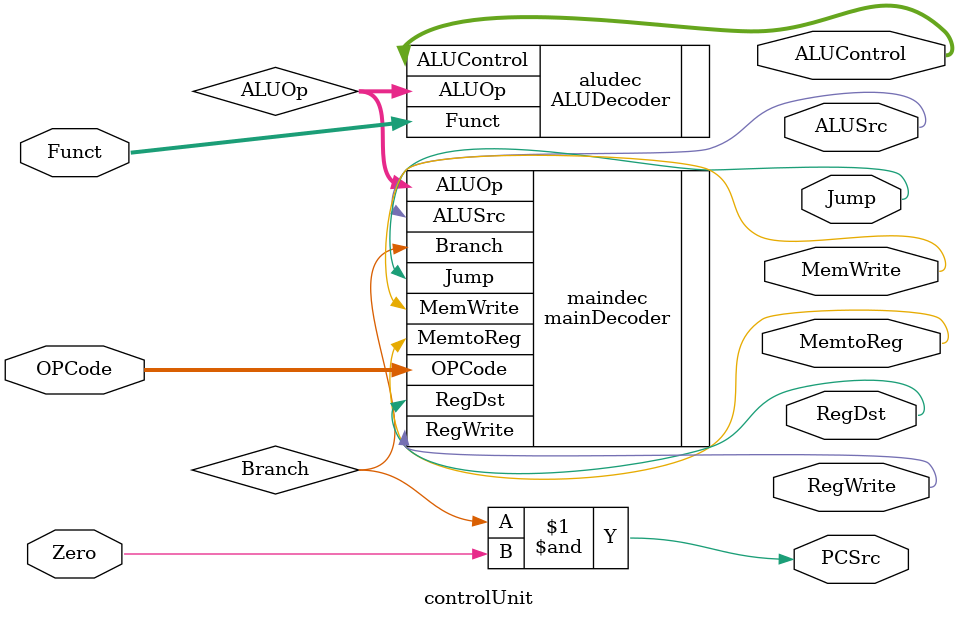
<source format=v>
module  controlUnit (
  input   [5:0] OPCode, Funct,
  input         Zero,
  output wire       MemtoReg, MemWrite, ALUSrc, RegDst, RegWrite, Jump,
  output wire [2:0] ALUControl,
  output wire       PCSrc
);

// main processor control unit. 
// generates all the necessary control signals based on the instruction being processed

wire       Branch;
wire [1:0] ALUOp;

mainDecoder maindec (.OPCode(OPCode), .MemtoReg(MemtoReg), .MemWrite(MemWrite),
                     .Branch(Branch), .ALUSrc(ALUSrc), .RegDst(RegDst), .RegWrite(RegWrite),
							       .Jump(Jump), .ALUOp(ALUOp));

ALUDecoder aludec (.ALUOp(ALUOp), .Funct(Funct), .ALUControl(ALUControl));

assign PCSrc = Branch & Zero;

endmodule
</source>
